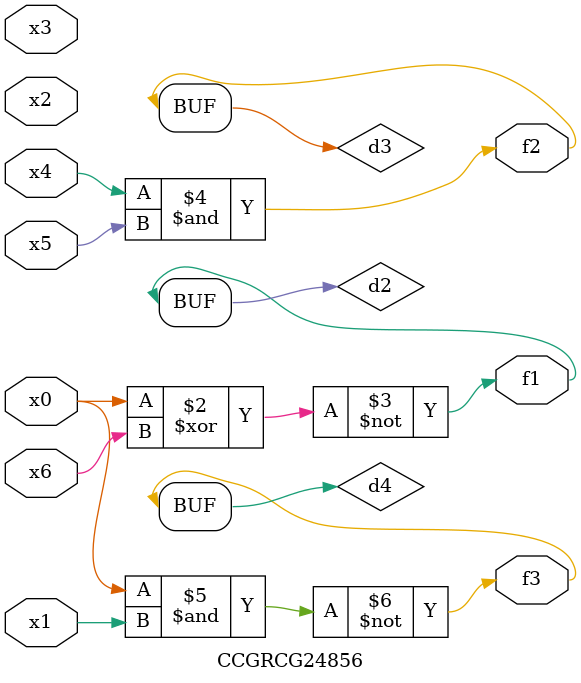
<source format=v>
module CCGRCG24856(
	input x0, x1, x2, x3, x4, x5, x6,
	output f1, f2, f3
);

	wire d1, d2, d3, d4;

	nor (d1, x0);
	xnor (d2, x0, x6);
	and (d3, x4, x5);
	nand (d4, x0, x1);
	assign f1 = d2;
	assign f2 = d3;
	assign f3 = d4;
endmodule

</source>
